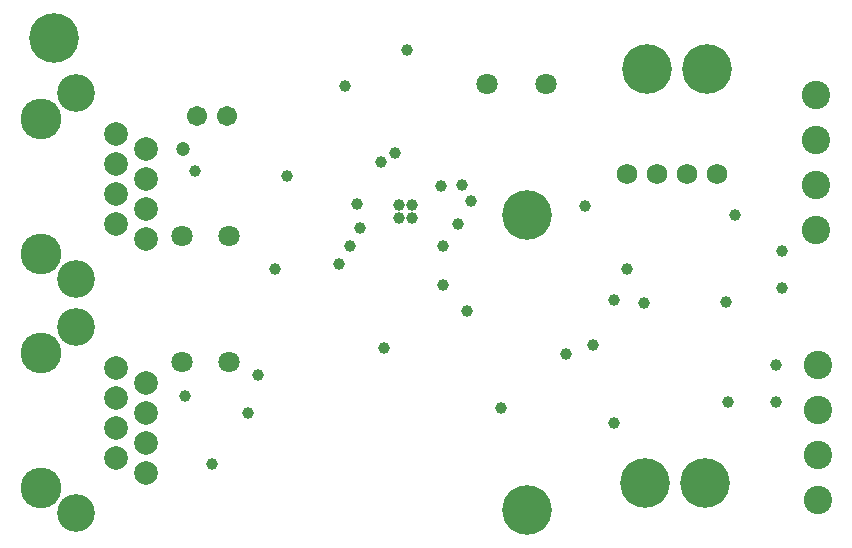
<source format=gbs>
G04 Layer_Color=16711935*
%FSAX44Y44*%
%MOMM*%
G71*
G01*
G75*
%ADD94C,1.8032*%
%ADD95C,4.2032*%
%ADD96C,1.2032*%
%ADD97C,1.7272*%
%ADD98C,2.4032*%
%ADD99C,3.4532*%
%ADD100C,3.2032*%
%ADD101C,2.0032*%
%ADD102C,1.7032*%
%ADD103C,1.0032*%
D94*
X00778510Y01003300D02*
D03*
X00728510D02*
D03*
X00509900Y00875080D02*
D03*
X00469900D02*
D03*
X00509900Y00768400D02*
D03*
X00469900D02*
D03*
D95*
X00762000Y00892670D02*
D03*
X00362000Y01042670D02*
D03*
X00762000Y00642670D02*
D03*
X00862076Y00665480D02*
D03*
X00912876D02*
D03*
X00914400Y01016000D02*
D03*
X00863600D02*
D03*
D96*
X00471170Y00948690D02*
D03*
D97*
X00847090Y00927100D02*
D03*
X00872490D02*
D03*
X00897890D02*
D03*
X00923290D02*
D03*
D98*
X01008380Y00651510D02*
D03*
Y00689610D02*
D03*
Y00727710D02*
D03*
Y00765810D02*
D03*
X01007110Y00880110D02*
D03*
Y00918210D02*
D03*
Y00956310D02*
D03*
Y00994410D02*
D03*
D99*
X00350420Y00661670D02*
D03*
Y00775970D02*
D03*
Y00859790D02*
D03*
Y00974090D02*
D03*
D100*
X00379920Y00797570D02*
D03*
Y00640070D02*
D03*
Y00995690D02*
D03*
Y00838190D02*
D03*
D101*
X00439420Y00674370D02*
D03*
X00414020Y00687070D02*
D03*
X00439420Y00699770D02*
D03*
X00414020Y00712470D02*
D03*
X00439420Y00725170D02*
D03*
X00414020Y00737870D02*
D03*
X00439420Y00750570D02*
D03*
X00414020Y00763270D02*
D03*
X00439420Y00872490D02*
D03*
X00414020Y00885190D02*
D03*
X00439420Y00897890D02*
D03*
X00414020Y00910590D02*
D03*
X00439420Y00923290D02*
D03*
X00414020Y00935990D02*
D03*
X00439420Y00948690D02*
D03*
X00414020Y00961390D02*
D03*
D102*
X00508000Y00976680D02*
D03*
X00482600D02*
D03*
D103*
X00664630Y00900850D02*
D03*
Y00889850D02*
D03*
X00653630Y00900850D02*
D03*
Y00889850D02*
D03*
X00660146Y01032560D02*
D03*
X00608330Y01002080D02*
D03*
X00707390Y00918260D02*
D03*
X00715010Y00904290D02*
D03*
X00689610Y00916940D02*
D03*
X00690880Y00866190D02*
D03*
X00603250Y00850950D02*
D03*
X00612140Y00866190D02*
D03*
X00638810Y00937310D02*
D03*
X00650240Y00944930D02*
D03*
X00558800Y00925880D02*
D03*
X00711200Y00811530D02*
D03*
X00938530Y00892810D02*
D03*
X00740410Y00728980D02*
D03*
X00534670Y00756920D02*
D03*
X00811530Y00900430D02*
D03*
X00703580Y00885190D02*
D03*
X00795020Y00774700D02*
D03*
X00817880Y00782320D02*
D03*
X00861060Y00817880D02*
D03*
X00847090Y00847090D02*
D03*
X00977900Y00862330D02*
D03*
Y00830580D02*
D03*
X00972820Y00765810D02*
D03*
Y00734060D02*
D03*
X00835660Y00716280D02*
D03*
X00930910Y00819150D02*
D03*
X00932180Y00734060D02*
D03*
X00835660Y00820420D02*
D03*
X00690880Y00832990D02*
D03*
X00641470Y00779900D02*
D03*
X00495300Y00681990D02*
D03*
X00548640Y00847090D02*
D03*
X00621030Y00881380D02*
D03*
X00618490Y00901700D02*
D03*
X00472440Y00739190D02*
D03*
X00525780Y00725220D02*
D03*
X00481330Y00929690D02*
D03*
M02*

</source>
